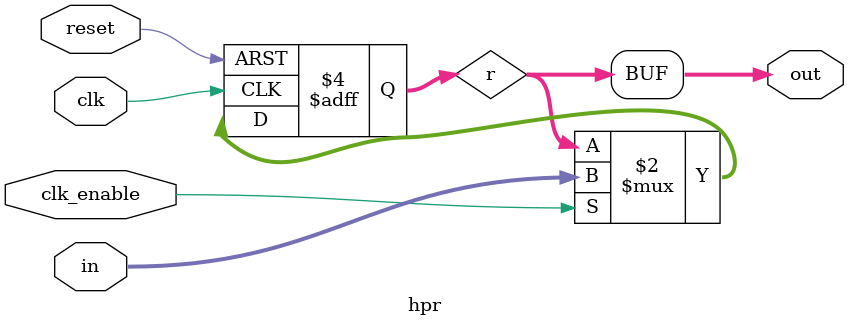
<source format=v>
module hpr (
    input clk,
    input clk_enable,
    input reset,
    input signed [15:0] in,
    output signed [15:0] out
);
    // placeholder implementation
    reg signed [15:0] r;
    always @(posedge clk or posedge reset) begin
        if (reset) r <= 0;
        else if (clk_enable) r <= in;
    end
    assign out = r;
endmodule

</source>
